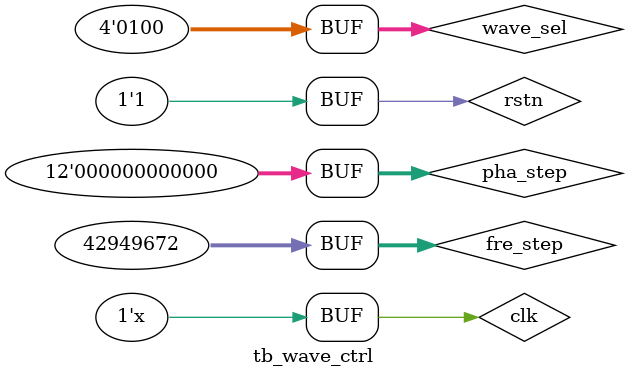
<source format=v>
`timescale 1ps / 1ps

module tb_wave_ctrl;

  // wave_ctrl Parameters
  parameter PERIOD = 10;
  parameter DATA_WIDTH = 8;
  parameter N = 32;
  parameter M = 12;
  parameter ADDR = 12;
  parameter sin_wave = 4'b0001;
  parameter squ_wave = 4'b0010;
  parameter tri_wave = 4'b0100;
  parameter saw_wave = 4'b1000;

  // wave_ctrl Inputs
  reg                     clk = 0;
  reg                     rstn = 0;
  reg  [             3:0] wave_sel = 0;
  reg  [           N-1:0] fre_step = 0;
  reg  [           M-1:0] pha_step = 0;

  // wave_ctrl Outputs
  wire [2*DATA_WIDTH-1:0] data_out;

  always #5 clk = ~clk;

  initial begin
    #(PERIOD * 2) rstn = 1;
    wave_sel = tri_wave;
    fre_step = 32'd42949672;
  end

  wave_ctrl #(
      .DATA_WIDTH(DATA_WIDTH),
      .N         (N),
      .M         (M),
      .ADDR      (ADDR)
  ) u_wave_ctrl (
      .clk     (clk),
      .rstn    (rstn),
      .wave_sel(wave_sel[3:0]),
      .fre_step(fre_step[N-1:0]),
      .pha_step(pha_step[M-1:0]),

      .data_out(data_out[2*DATA_WIDTH-1:0])
  );

  initial begin


  end

endmodule

</source>
